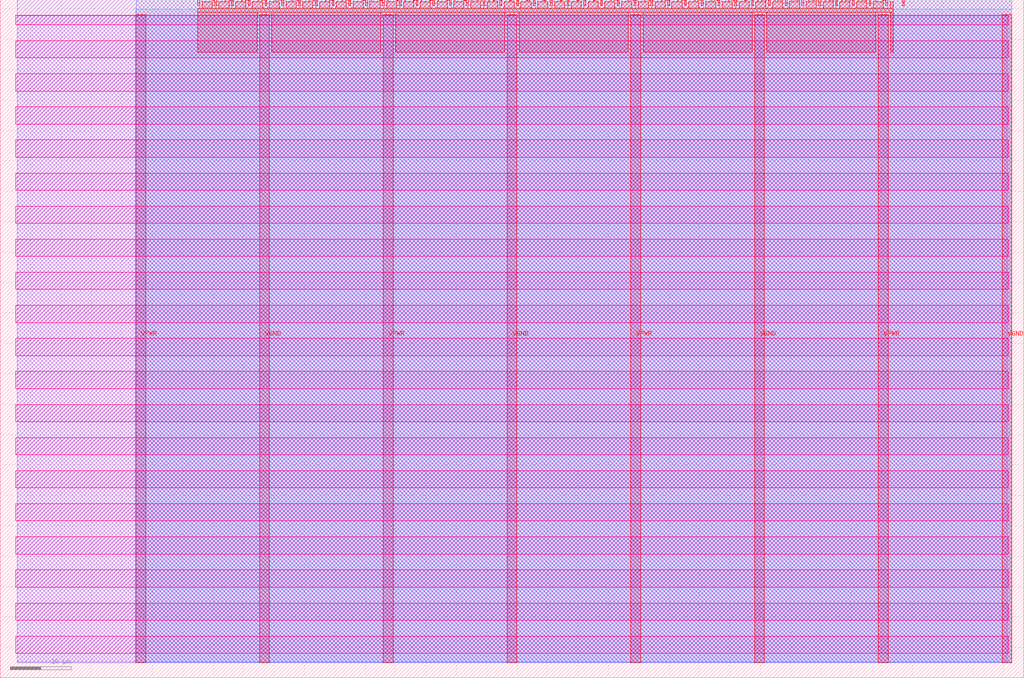
<source format=lef>
VERSION 5.7 ;
  NOWIREEXTENSIONATPIN ON ;
  DIVIDERCHAR "/" ;
  BUSBITCHARS "[]" ;
MACRO tt_um_jkprz
  CLASS BLOCK ;
  FOREIGN tt_um_jkprz ;
  ORIGIN 0.000 0.000 ;
  SIZE 168.360 BY 111.520 ;
  PIN VGND
    DIRECTION INOUT ;
    USE GROUND ;
    PORT
      LAYER met4 ;
        RECT 42.670 2.480 44.270 109.040 ;
    END
    PORT
      LAYER met4 ;
        RECT 83.380 2.480 84.980 109.040 ;
    END
    PORT
      LAYER met4 ;
        RECT 124.090 2.480 125.690 109.040 ;
    END
    PORT
      LAYER met4 ;
        RECT 164.800 2.480 166.400 109.040 ;
    END
  END VGND
  PIN VPWR
    DIRECTION INOUT ;
    USE POWER ;
    PORT
      LAYER met4 ;
        RECT 22.315 2.480 23.915 109.040 ;
    END
    PORT
      LAYER met4 ;
        RECT 63.025 2.480 64.625 109.040 ;
    END
    PORT
      LAYER met4 ;
        RECT 103.735 2.480 105.335 109.040 ;
    END
    PORT
      LAYER met4 ;
        RECT 144.445 2.480 146.045 109.040 ;
    END
  END VPWR
  PIN clk
    DIRECTION INPUT ;
    USE SIGNAL ;
    ANTENNAGATEAREA 0.852000 ;
    PORT
      LAYER met4 ;
        RECT 145.670 110.520 145.970 111.520 ;
    END
  END clk
  PIN ena
    DIRECTION INPUT ;
    USE SIGNAL ;
    PORT
      LAYER met4 ;
        RECT 148.430 110.520 148.730 111.520 ;
    END
  END ena
  PIN rst_n
    DIRECTION INPUT ;
    USE SIGNAL ;
    ANTENNAGATEAREA 0.213000 ;
    PORT
      LAYER met4 ;
        RECT 142.910 110.520 143.210 111.520 ;
    END
  END rst_n
  PIN ui_in[0]
    DIRECTION INPUT ;
    USE SIGNAL ;
    ANTENNAGATEAREA 0.196500 ;
    PORT
      LAYER met4 ;
        RECT 140.150 110.520 140.450 111.520 ;
    END
  END ui_in[0]
  PIN ui_in[1]
    DIRECTION INPUT ;
    USE SIGNAL ;
    ANTENNAGATEAREA 0.196500 ;
    PORT
      LAYER met4 ;
        RECT 137.390 110.520 137.690 111.520 ;
    END
  END ui_in[1]
  PIN ui_in[2]
    DIRECTION INPUT ;
    USE SIGNAL ;
    ANTENNAGATEAREA 0.196500 ;
    PORT
      LAYER met4 ;
        RECT 134.630 110.520 134.930 111.520 ;
    END
  END ui_in[2]
  PIN ui_in[3]
    DIRECTION INPUT ;
    USE SIGNAL ;
    ANTENNAGATEAREA 0.196500 ;
    PORT
      LAYER met4 ;
        RECT 131.870 110.520 132.170 111.520 ;
    END
  END ui_in[3]
  PIN ui_in[4]
    DIRECTION INPUT ;
    USE SIGNAL ;
    ANTENNAGATEAREA 0.196500 ;
    PORT
      LAYER met4 ;
        RECT 129.110 110.520 129.410 111.520 ;
    END
  END ui_in[4]
  PIN ui_in[5]
    DIRECTION INPUT ;
    USE SIGNAL ;
    ANTENNAGATEAREA 0.196500 ;
    PORT
      LAYER met4 ;
        RECT 126.350 110.520 126.650 111.520 ;
    END
  END ui_in[5]
  PIN ui_in[6]
    DIRECTION INPUT ;
    USE SIGNAL ;
    ANTENNAGATEAREA 0.196500 ;
    PORT
      LAYER met4 ;
        RECT 123.590 110.520 123.890 111.520 ;
    END
  END ui_in[6]
  PIN ui_in[7]
    DIRECTION INPUT ;
    USE SIGNAL ;
    ANTENNAGATEAREA 0.196500 ;
    PORT
      LAYER met4 ;
        RECT 120.830 110.520 121.130 111.520 ;
    END
  END ui_in[7]
  PIN uio_in[0]
    DIRECTION INPUT ;
    USE SIGNAL ;
    PORT
      LAYER met4 ;
        RECT 118.070 110.520 118.370 111.520 ;
    END
  END uio_in[0]
  PIN uio_in[1]
    DIRECTION INPUT ;
    USE SIGNAL ;
    PORT
      LAYER met4 ;
        RECT 115.310 110.520 115.610 111.520 ;
    END
  END uio_in[1]
  PIN uio_in[2]
    DIRECTION INPUT ;
    USE SIGNAL ;
    PORT
      LAYER met4 ;
        RECT 112.550 110.520 112.850 111.520 ;
    END
  END uio_in[2]
  PIN uio_in[3]
    DIRECTION INPUT ;
    USE SIGNAL ;
    PORT
      LAYER met4 ;
        RECT 109.790 110.520 110.090 111.520 ;
    END
  END uio_in[3]
  PIN uio_in[4]
    DIRECTION INPUT ;
    USE SIGNAL ;
    PORT
      LAYER met4 ;
        RECT 107.030 110.520 107.330 111.520 ;
    END
  END uio_in[4]
  PIN uio_in[5]
    DIRECTION INPUT ;
    USE SIGNAL ;
    PORT
      LAYER met4 ;
        RECT 104.270 110.520 104.570 111.520 ;
    END
  END uio_in[5]
  PIN uio_in[6]
    DIRECTION INPUT ;
    USE SIGNAL ;
    PORT
      LAYER met4 ;
        RECT 101.510 110.520 101.810 111.520 ;
    END
  END uio_in[6]
  PIN uio_in[7]
    DIRECTION INPUT ;
    USE SIGNAL ;
    PORT
      LAYER met4 ;
        RECT 98.750 110.520 99.050 111.520 ;
    END
  END uio_in[7]
  PIN uio_oe[0]
    DIRECTION OUTPUT TRISTATE ;
    USE SIGNAL ;
    PORT
      LAYER met4 ;
        RECT 51.830 110.520 52.130 111.520 ;
    END
  END uio_oe[0]
  PIN uio_oe[1]
    DIRECTION OUTPUT TRISTATE ;
    USE SIGNAL ;
    PORT
      LAYER met4 ;
        RECT 49.070 110.520 49.370 111.520 ;
    END
  END uio_oe[1]
  PIN uio_oe[2]
    DIRECTION OUTPUT TRISTATE ;
    USE SIGNAL ;
    PORT
      LAYER met4 ;
        RECT 46.310 110.520 46.610 111.520 ;
    END
  END uio_oe[2]
  PIN uio_oe[3]
    DIRECTION OUTPUT TRISTATE ;
    USE SIGNAL ;
    PORT
      LAYER met4 ;
        RECT 43.550 110.520 43.850 111.520 ;
    END
  END uio_oe[3]
  PIN uio_oe[4]
    DIRECTION OUTPUT TRISTATE ;
    USE SIGNAL ;
    PORT
      LAYER met4 ;
        RECT 40.790 110.520 41.090 111.520 ;
    END
  END uio_oe[4]
  PIN uio_oe[5]
    DIRECTION OUTPUT TRISTATE ;
    USE SIGNAL ;
    PORT
      LAYER met4 ;
        RECT 38.030 110.520 38.330 111.520 ;
    END
  END uio_oe[5]
  PIN uio_oe[6]
    DIRECTION OUTPUT TRISTATE ;
    USE SIGNAL ;
    PORT
      LAYER met4 ;
        RECT 35.270 110.520 35.570 111.520 ;
    END
  END uio_oe[6]
  PIN uio_oe[7]
    DIRECTION OUTPUT TRISTATE ;
    USE SIGNAL ;
    PORT
      LAYER met4 ;
        RECT 32.510 110.520 32.810 111.520 ;
    END
  END uio_oe[7]
  PIN uio_out[0]
    DIRECTION OUTPUT TRISTATE ;
    USE SIGNAL ;
    PORT
      LAYER met4 ;
        RECT 73.910 110.520 74.210 111.520 ;
    END
  END uio_out[0]
  PIN uio_out[1]
    DIRECTION OUTPUT TRISTATE ;
    USE SIGNAL ;
    PORT
      LAYER met4 ;
        RECT 71.150 110.520 71.450 111.520 ;
    END
  END uio_out[1]
  PIN uio_out[2]
    DIRECTION OUTPUT TRISTATE ;
    USE SIGNAL ;
    PORT
      LAYER met4 ;
        RECT 68.390 110.520 68.690 111.520 ;
    END
  END uio_out[2]
  PIN uio_out[3]
    DIRECTION OUTPUT TRISTATE ;
    USE SIGNAL ;
    PORT
      LAYER met4 ;
        RECT 65.630 110.520 65.930 111.520 ;
    END
  END uio_out[3]
  PIN uio_out[4]
    DIRECTION OUTPUT TRISTATE ;
    USE SIGNAL ;
    PORT
      LAYER met4 ;
        RECT 62.870 110.520 63.170 111.520 ;
    END
  END uio_out[4]
  PIN uio_out[5]
    DIRECTION OUTPUT TRISTATE ;
    USE SIGNAL ;
    PORT
      LAYER met4 ;
        RECT 60.110 110.520 60.410 111.520 ;
    END
  END uio_out[5]
  PIN uio_out[6]
    DIRECTION OUTPUT TRISTATE ;
    USE SIGNAL ;
    PORT
      LAYER met4 ;
        RECT 57.350 110.520 57.650 111.520 ;
    END
  END uio_out[6]
  PIN uio_out[7]
    DIRECTION OUTPUT TRISTATE ;
    USE SIGNAL ;
    ANTENNADIFFAREA 0.795200 ;
    PORT
      LAYER met4 ;
        RECT 54.590 110.520 54.890 111.520 ;
    END
  END uio_out[7]
  PIN uo_out[0]
    DIRECTION OUTPUT TRISTATE ;
    USE SIGNAL ;
    ANTENNADIFFAREA 0.445500 ;
    PORT
      LAYER met4 ;
        RECT 95.990 110.520 96.290 111.520 ;
    END
  END uo_out[0]
  PIN uo_out[1]
    DIRECTION OUTPUT TRISTATE ;
    USE SIGNAL ;
    ANTENNAGATEAREA 0.247500 ;
    ANTENNADIFFAREA 0.445500 ;
    PORT
      LAYER met4 ;
        RECT 93.230 110.520 93.530 111.520 ;
    END
  END uo_out[1]
  PIN uo_out[2]
    DIRECTION OUTPUT TRISTATE ;
    USE SIGNAL ;
    ANTENNAGATEAREA 0.247500 ;
    ANTENNADIFFAREA 0.445500 ;
    PORT
      LAYER met4 ;
        RECT 90.470 110.520 90.770 111.520 ;
    END
  END uo_out[2]
  PIN uo_out[3]
    DIRECTION OUTPUT TRISTATE ;
    USE SIGNAL ;
    ANTENNAGATEAREA 0.621000 ;
    ANTENNADIFFAREA 0.891000 ;
    PORT
      LAYER met4 ;
        RECT 87.710 110.520 88.010 111.520 ;
    END
  END uo_out[3]
  PIN uo_out[4]
    DIRECTION OUTPUT TRISTATE ;
    USE SIGNAL ;
    ANTENNAGATEAREA 0.499500 ;
    ANTENNADIFFAREA 0.891000 ;
    PORT
      LAYER met4 ;
        RECT 84.950 110.520 85.250 111.520 ;
    END
  END uo_out[4]
  PIN uo_out[5]
    DIRECTION OUTPUT TRISTATE ;
    USE SIGNAL ;
    ANTENNAGATEAREA 0.868500 ;
    ANTENNADIFFAREA 0.891000 ;
    PORT
      LAYER met4 ;
        RECT 82.190 110.520 82.490 111.520 ;
    END
  END uo_out[5]
  PIN uo_out[6]
    DIRECTION OUTPUT TRISTATE ;
    USE SIGNAL ;
    ANTENNAGATEAREA 0.747000 ;
    ANTENNADIFFAREA 0.891000 ;
    PORT
      LAYER met4 ;
        RECT 79.430 110.520 79.730 111.520 ;
    END
  END uo_out[6]
  PIN uo_out[7]
    DIRECTION OUTPUT TRISTATE ;
    USE SIGNAL ;
    ANTENNAGATEAREA 0.625500 ;
    ANTENNADIFFAREA 0.891000 ;
    PORT
      LAYER met4 ;
        RECT 76.670 110.520 76.970 111.520 ;
    END
  END uo_out[7]
  OBS
      LAYER nwell ;
        RECT 2.570 107.385 165.790 108.990 ;
        RECT 2.570 101.945 165.790 104.775 ;
        RECT 2.570 96.505 165.790 99.335 ;
        RECT 2.570 91.065 165.790 93.895 ;
        RECT 2.570 85.625 165.790 88.455 ;
        RECT 2.570 80.185 165.790 83.015 ;
        RECT 2.570 74.745 165.790 77.575 ;
        RECT 2.570 69.305 165.790 72.135 ;
        RECT 2.570 63.865 165.790 66.695 ;
        RECT 2.570 58.425 165.790 61.255 ;
        RECT 2.570 52.985 165.790 55.815 ;
        RECT 2.570 47.545 165.790 50.375 ;
        RECT 2.570 42.105 165.790 44.935 ;
        RECT 2.570 36.665 165.790 39.495 ;
        RECT 2.570 31.225 165.790 34.055 ;
        RECT 2.570 25.785 165.790 28.615 ;
        RECT 2.570 20.345 165.790 23.175 ;
        RECT 2.570 14.905 165.790 17.735 ;
        RECT 2.570 9.465 165.790 12.295 ;
        RECT 2.570 4.025 165.790 6.855 ;
      LAYER li1 ;
        RECT 2.760 2.635 165.600 108.885 ;
      LAYER met1 ;
        RECT 2.760 2.480 166.400 111.480 ;
      LAYER met2 ;
        RECT 22.345 2.535 166.370 111.510 ;
      LAYER met3 ;
        RECT 22.325 2.555 166.390 109.985 ;
      LAYER met4 ;
        RECT 33.210 110.120 34.870 111.170 ;
        RECT 35.970 110.120 37.630 111.170 ;
        RECT 38.730 110.120 40.390 111.170 ;
        RECT 41.490 110.120 43.150 111.170 ;
        RECT 44.250 110.120 45.910 111.170 ;
        RECT 47.010 110.120 48.670 111.170 ;
        RECT 49.770 110.120 51.430 111.170 ;
        RECT 52.530 110.120 54.190 111.170 ;
        RECT 55.290 110.120 56.950 111.170 ;
        RECT 58.050 110.120 59.710 111.170 ;
        RECT 60.810 110.120 62.470 111.170 ;
        RECT 63.570 110.120 65.230 111.170 ;
        RECT 66.330 110.120 67.990 111.170 ;
        RECT 69.090 110.120 70.750 111.170 ;
        RECT 71.850 110.120 73.510 111.170 ;
        RECT 74.610 110.120 76.270 111.170 ;
        RECT 77.370 110.120 79.030 111.170 ;
        RECT 80.130 110.120 81.790 111.170 ;
        RECT 82.890 110.120 84.550 111.170 ;
        RECT 85.650 110.120 87.310 111.170 ;
        RECT 88.410 110.120 90.070 111.170 ;
        RECT 91.170 110.120 92.830 111.170 ;
        RECT 93.930 110.120 95.590 111.170 ;
        RECT 96.690 110.120 98.350 111.170 ;
        RECT 99.450 110.120 101.110 111.170 ;
        RECT 102.210 110.120 103.870 111.170 ;
        RECT 104.970 110.120 106.630 111.170 ;
        RECT 107.730 110.120 109.390 111.170 ;
        RECT 110.490 110.120 112.150 111.170 ;
        RECT 113.250 110.120 114.910 111.170 ;
        RECT 116.010 110.120 117.670 111.170 ;
        RECT 118.770 110.120 120.430 111.170 ;
        RECT 121.530 110.120 123.190 111.170 ;
        RECT 124.290 110.120 125.950 111.170 ;
        RECT 127.050 110.120 128.710 111.170 ;
        RECT 129.810 110.120 131.470 111.170 ;
        RECT 132.570 110.120 134.230 111.170 ;
        RECT 135.330 110.120 136.990 111.170 ;
        RECT 138.090 110.120 139.750 111.170 ;
        RECT 140.850 110.120 142.510 111.170 ;
        RECT 143.610 110.120 145.270 111.170 ;
        RECT 146.370 110.120 146.905 111.170 ;
        RECT 32.495 109.440 146.905 110.120 ;
        RECT 32.495 102.855 42.270 109.440 ;
        RECT 44.670 102.855 62.625 109.440 ;
        RECT 65.025 102.855 82.980 109.440 ;
        RECT 85.380 102.855 103.335 109.440 ;
        RECT 105.735 102.855 123.690 109.440 ;
        RECT 126.090 102.855 144.045 109.440 ;
        RECT 146.445 102.855 146.905 109.440 ;
  END
END tt_um_jkprz
END LIBRARY


</source>
